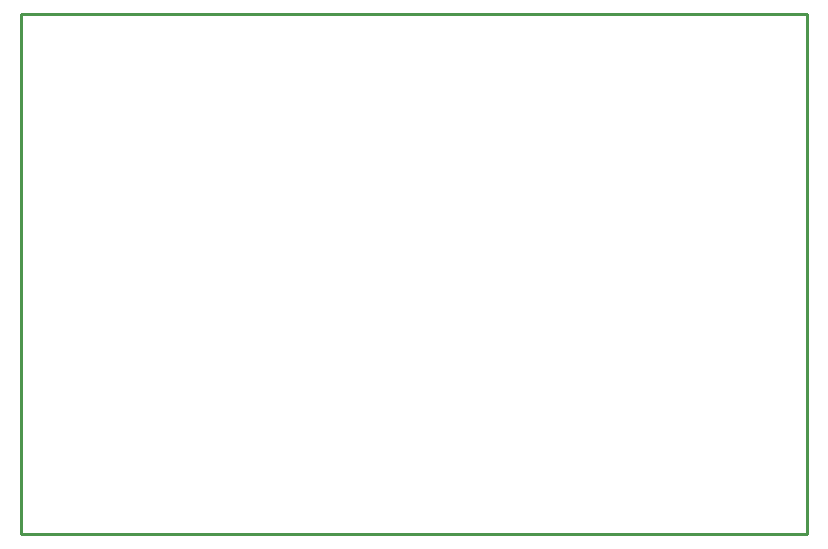
<source format=gko>
G04*
G04 #@! TF.GenerationSoftware,Altium Limited,Altium Designer,25.4.2 (15)*
G04*
G04 Layer_Color=16711935*
%FSTAX25Y25*%
%MOIN*%
G70*
G04*
G04 #@! TF.SameCoordinates,2C2525F3-303F-437E-BE4D-0CA75C0766EE*
G04*
G04*
G04 #@! TF.FilePolarity,Positive*
G04*
G01*
G75*
%ADD10C,0.01000*%
D10*
X0262D01*
Y01735D01*
X0Y0D02*
Y01735D01*
X0262D01*
M02*

</source>
